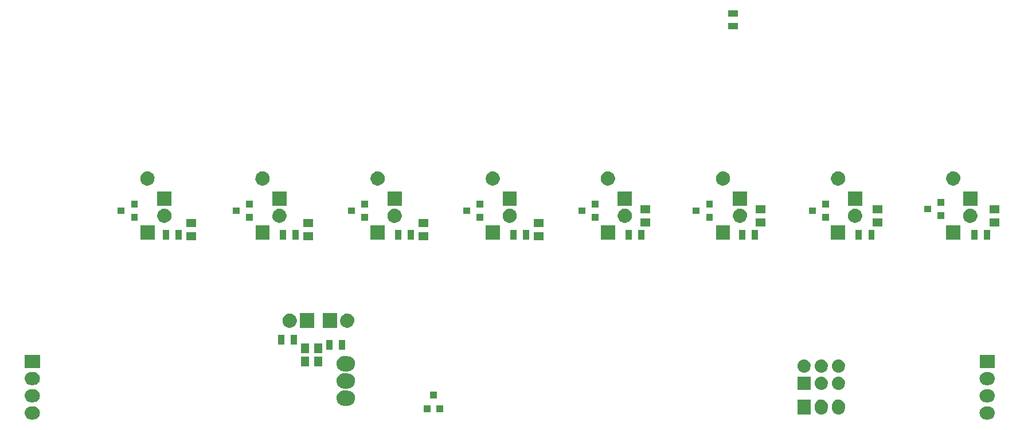
<source format=gbs>
G04 #@! TF.FileFunction,Soldermask,Bot*
%FSLAX46Y46*%
G04 Gerber Fmt 4.6, Leading zero omitted, Abs format (unit mm)*
G04 Created by KiCad (PCBNEW 4.0.2-stable) date 5/21/2016 11:43:06 AM*
%MOMM*%
G01*
G04 APERTURE LIST*
%ADD10C,0.100000*%
G04 APERTURE END LIST*
D10*
G36*
X146170237Y5343514D02*
X146170246Y5343513D01*
X146171254Y5343506D01*
X146358144Y5322543D01*
X146537402Y5265679D01*
X146702202Y5175079D01*
X146846266Y5054196D01*
X146964106Y4907632D01*
X147051234Y4740971D01*
X147104332Y4560561D01*
X147104334Y4560540D01*
X147104335Y4560536D01*
X147121378Y4373273D01*
X147101722Y4186266D01*
X147101719Y4186241D01*
X147046107Y4006590D01*
X146956661Y3841162D01*
X146836786Y3696258D01*
X146691048Y3577397D01*
X146524999Y3489107D01*
X146344964Y3434752D01*
X146157800Y3416400D01*
X145842109Y3416400D01*
X145829763Y3416486D01*
X145829754Y3416487D01*
X145828746Y3416494D01*
X145641856Y3437457D01*
X145462598Y3494321D01*
X145297798Y3584921D01*
X145153734Y3705804D01*
X145035894Y3852368D01*
X144948766Y4019029D01*
X144895668Y4199439D01*
X144895666Y4199460D01*
X144895665Y4199464D01*
X144878622Y4386727D01*
X144898278Y4573734D01*
X144898279Y4573736D01*
X144898281Y4573759D01*
X144953893Y4753410D01*
X145043339Y4918838D01*
X145163214Y5063742D01*
X145308952Y5182603D01*
X145475001Y5270893D01*
X145655036Y5325248D01*
X145842200Y5343600D01*
X146157891Y5343600D01*
X146170237Y5343514D01*
X146170237Y5343514D01*
G37*
G36*
X5170237Y5343514D02*
X5170246Y5343513D01*
X5171254Y5343506D01*
X5358144Y5322543D01*
X5537402Y5265679D01*
X5702202Y5175079D01*
X5846266Y5054196D01*
X5964106Y4907632D01*
X6051234Y4740971D01*
X6104332Y4560561D01*
X6104334Y4560540D01*
X6104335Y4560536D01*
X6121378Y4373273D01*
X6101722Y4186266D01*
X6101719Y4186241D01*
X6046107Y4006590D01*
X5956661Y3841162D01*
X5836786Y3696258D01*
X5691048Y3577397D01*
X5524999Y3489107D01*
X5344964Y3434752D01*
X5157800Y3416400D01*
X4842109Y3416400D01*
X4829763Y3416486D01*
X4829754Y3416487D01*
X4828746Y3416494D01*
X4641856Y3437457D01*
X4462598Y3494321D01*
X4297798Y3584921D01*
X4153734Y3705804D01*
X4035894Y3852368D01*
X3948766Y4019029D01*
X3895668Y4199439D01*
X3895666Y4199460D01*
X3895665Y4199464D01*
X3878622Y4386727D01*
X3898278Y4573734D01*
X3898279Y4573736D01*
X3898281Y4573759D01*
X3953893Y4753410D01*
X4043339Y4918838D01*
X4163214Y5063742D01*
X4308952Y5182603D01*
X4475001Y5270893D01*
X4655036Y5325248D01*
X4842200Y5343600D01*
X5157891Y5343600D01*
X5170237Y5343514D01*
X5170237Y5343514D01*
G37*
G36*
X124233734Y6351722D02*
X124233736Y6351721D01*
X124233759Y6351719D01*
X124413410Y6296107D01*
X124578838Y6206661D01*
X124723742Y6086786D01*
X124842603Y5941048D01*
X124930893Y5774999D01*
X124985248Y5594964D01*
X125003600Y5407800D01*
X125003600Y5092079D01*
X125003514Y5079763D01*
X125003513Y5079754D01*
X125003506Y5078746D01*
X124982543Y4891856D01*
X124925679Y4712598D01*
X124835079Y4547798D01*
X124714196Y4403734D01*
X124567632Y4285894D01*
X124400971Y4198766D01*
X124220561Y4145668D01*
X124220540Y4145666D01*
X124220536Y4145665D01*
X124033273Y4128622D01*
X123846266Y4148278D01*
X123846264Y4148279D01*
X123846241Y4148281D01*
X123666590Y4203893D01*
X123501162Y4293339D01*
X123356258Y4413214D01*
X123237397Y4558952D01*
X123149107Y4725001D01*
X123094752Y4905036D01*
X123076400Y5092200D01*
X123076400Y5407921D01*
X123076486Y5420237D01*
X123076487Y5420246D01*
X123076494Y5421254D01*
X123097457Y5608144D01*
X123154321Y5787402D01*
X123244921Y5952202D01*
X123365804Y6096266D01*
X123512368Y6214106D01*
X123679029Y6301234D01*
X123859439Y6354332D01*
X123859460Y6354334D01*
X123859464Y6354335D01*
X124046727Y6371378D01*
X124233734Y6351722D01*
X124233734Y6351722D01*
G37*
G36*
X121693734Y6351722D02*
X121693736Y6351721D01*
X121693759Y6351719D01*
X121873410Y6296107D01*
X122038838Y6206661D01*
X122183742Y6086786D01*
X122302603Y5941048D01*
X122390893Y5774999D01*
X122445248Y5594964D01*
X122463600Y5407800D01*
X122463600Y5092079D01*
X122463514Y5079763D01*
X122463513Y5079754D01*
X122463506Y5078746D01*
X122442543Y4891856D01*
X122385679Y4712598D01*
X122295079Y4547798D01*
X122174196Y4403734D01*
X122027632Y4285894D01*
X121860971Y4198766D01*
X121680561Y4145668D01*
X121680540Y4145666D01*
X121680536Y4145665D01*
X121493273Y4128622D01*
X121306266Y4148278D01*
X121306264Y4148279D01*
X121306241Y4148281D01*
X121126590Y4203893D01*
X120961162Y4293339D01*
X120816258Y4413214D01*
X120697397Y4558952D01*
X120609107Y4725001D01*
X120554752Y4905036D01*
X120536400Y5092200D01*
X120536400Y5407921D01*
X120536486Y5420237D01*
X120536487Y5420246D01*
X120536494Y5421254D01*
X120557457Y5608144D01*
X120614321Y5787402D01*
X120704921Y5952202D01*
X120825804Y6096266D01*
X120972368Y6214106D01*
X121139029Y6301234D01*
X121319439Y6354332D01*
X121319460Y6354334D01*
X121319464Y6354335D01*
X121506727Y6371378D01*
X121693734Y6351722D01*
X121693734Y6351722D01*
G37*
G36*
X119923600Y4134000D02*
X117996400Y4134000D01*
X117996400Y6366000D01*
X119923600Y6366000D01*
X119923600Y4134000D01*
X119923600Y4134000D01*
G37*
G36*
X65700050Y4499190D02*
X64699950Y4499190D01*
X64699950Y5499290D01*
X65700050Y5499290D01*
X65700050Y4499190D01*
X65700050Y4499190D01*
G37*
G36*
X63800050Y4499190D02*
X62799950Y4499190D01*
X62799950Y5499290D01*
X63800050Y5499290D01*
X63800050Y4499190D01*
X63800050Y4499190D01*
G37*
G36*
X51575194Y7675899D02*
X51575202Y7675898D01*
X51576211Y7675891D01*
X51792658Y7651613D01*
X52000268Y7585755D01*
X52191132Y7480827D01*
X52357981Y7340824D01*
X52494458Y7171081D01*
X52595366Y6978061D01*
X52656862Y6769118D01*
X52656864Y6769097D01*
X52656865Y6769093D01*
X52676603Y6552210D01*
X52655442Y6350882D01*
X52653835Y6335597D01*
X52589428Y6127533D01*
X52485835Y5935941D01*
X52347001Y5768119D01*
X52178214Y5630460D01*
X51985904Y5528207D01*
X51777395Y5465254D01*
X51560629Y5444000D01*
X51039280Y5444000D01*
X51024806Y5444101D01*
X51024798Y5444102D01*
X51023789Y5444109D01*
X50807342Y5468387D01*
X50599732Y5534245D01*
X50408868Y5639173D01*
X50242019Y5779176D01*
X50105542Y5948919D01*
X50004634Y6141939D01*
X49943138Y6350882D01*
X49943136Y6350903D01*
X49943135Y6350907D01*
X49923397Y6567790D01*
X49946162Y6784378D01*
X49946163Y6784380D01*
X49946165Y6784403D01*
X50010572Y6992467D01*
X50114165Y7184059D01*
X50252999Y7351881D01*
X50421786Y7489540D01*
X50614096Y7591793D01*
X50822605Y7654746D01*
X51039371Y7676000D01*
X51560720Y7676000D01*
X51575194Y7675899D01*
X51575194Y7675899D01*
G37*
G36*
X5170237Y7883514D02*
X5170246Y7883513D01*
X5171254Y7883506D01*
X5358144Y7862543D01*
X5537402Y7805679D01*
X5702202Y7715079D01*
X5846266Y7594196D01*
X5964106Y7447632D01*
X6051234Y7280971D01*
X6104332Y7100561D01*
X6104334Y7100540D01*
X6104335Y7100536D01*
X6121378Y6913273D01*
X6101722Y6726266D01*
X6101719Y6726241D01*
X6046107Y6546590D01*
X5956661Y6381162D01*
X5836786Y6236258D01*
X5691048Y6117397D01*
X5524999Y6029107D01*
X5344964Y5974752D01*
X5157800Y5956400D01*
X4842109Y5956400D01*
X4829763Y5956486D01*
X4829754Y5956487D01*
X4828746Y5956494D01*
X4641856Y5977457D01*
X4462598Y6034321D01*
X4297798Y6124921D01*
X4153734Y6245804D01*
X4035894Y6392368D01*
X3948766Y6559029D01*
X3895668Y6739439D01*
X3895666Y6739460D01*
X3895665Y6739464D01*
X3878622Y6926727D01*
X3898278Y7113734D01*
X3898279Y7113736D01*
X3898281Y7113759D01*
X3953893Y7293410D01*
X4043339Y7458838D01*
X4163214Y7603742D01*
X4308952Y7722603D01*
X4475001Y7810893D01*
X4655036Y7865248D01*
X4842200Y7883600D01*
X5157891Y7883600D01*
X5170237Y7883514D01*
X5170237Y7883514D01*
G37*
G36*
X146170237Y7883514D02*
X146170246Y7883513D01*
X146171254Y7883506D01*
X146358144Y7862543D01*
X146537402Y7805679D01*
X146702202Y7715079D01*
X146846266Y7594196D01*
X146964106Y7447632D01*
X147051234Y7280971D01*
X147104332Y7100561D01*
X147104334Y7100540D01*
X147104335Y7100536D01*
X147121378Y6913273D01*
X147101722Y6726266D01*
X147101719Y6726241D01*
X147046107Y6546590D01*
X146956661Y6381162D01*
X146836786Y6236258D01*
X146691048Y6117397D01*
X146524999Y6029107D01*
X146344964Y5974752D01*
X146157800Y5956400D01*
X145842109Y5956400D01*
X145829763Y5956486D01*
X145829754Y5956487D01*
X145828746Y5956494D01*
X145641856Y5977457D01*
X145462598Y6034321D01*
X145297798Y6124921D01*
X145153734Y6245804D01*
X145035894Y6392368D01*
X144948766Y6559029D01*
X144895668Y6739439D01*
X144895666Y6739460D01*
X144895665Y6739464D01*
X144878622Y6926727D01*
X144898278Y7113734D01*
X144898279Y7113736D01*
X144898281Y7113759D01*
X144953893Y7293410D01*
X145043339Y7458838D01*
X145163214Y7603742D01*
X145308952Y7722603D01*
X145475001Y7810893D01*
X145655036Y7865248D01*
X145842200Y7883600D01*
X146157891Y7883600D01*
X146170237Y7883514D01*
X146170237Y7883514D01*
G37*
G36*
X64750050Y6498170D02*
X63749950Y6498170D01*
X63749950Y7498270D01*
X64750050Y7498270D01*
X64750050Y6498170D01*
X64750050Y6498170D01*
G37*
G36*
X124233734Y9698584D02*
X124233736Y9698583D01*
X124233759Y9698581D01*
X124413410Y9642969D01*
X124578838Y9553523D01*
X124723742Y9433648D01*
X124842603Y9287910D01*
X124930893Y9121861D01*
X124985248Y8941826D01*
X125003600Y8754662D01*
X125003600Y8745217D01*
X125003514Y8732901D01*
X125003513Y8732892D01*
X125003506Y8731884D01*
X124982543Y8544994D01*
X124925679Y8365736D01*
X124835079Y8200936D01*
X124714196Y8056872D01*
X124567632Y7939032D01*
X124400971Y7851904D01*
X124220561Y7798806D01*
X124220540Y7798804D01*
X124220536Y7798803D01*
X124033273Y7781760D01*
X123846266Y7801416D01*
X123846264Y7801417D01*
X123846241Y7801419D01*
X123666590Y7857031D01*
X123501162Y7946477D01*
X123356258Y8066352D01*
X123237397Y8212090D01*
X123149107Y8378139D01*
X123094752Y8558174D01*
X123076400Y8745338D01*
X123076400Y8754783D01*
X123076486Y8767099D01*
X123076487Y8767108D01*
X123076494Y8768116D01*
X123097457Y8955006D01*
X123154321Y9134264D01*
X123244921Y9299064D01*
X123365804Y9443128D01*
X123512368Y9560968D01*
X123679029Y9648096D01*
X123859439Y9701194D01*
X123859460Y9701196D01*
X123859464Y9701197D01*
X124046727Y9718240D01*
X124233734Y9698584D01*
X124233734Y9698584D01*
G37*
G36*
X121693734Y9698584D02*
X121693736Y9698583D01*
X121693759Y9698581D01*
X121873410Y9642969D01*
X122038838Y9553523D01*
X122183742Y9433648D01*
X122302603Y9287910D01*
X122390893Y9121861D01*
X122445248Y8941826D01*
X122463600Y8754662D01*
X122463600Y8745217D01*
X122463514Y8732901D01*
X122463513Y8732892D01*
X122463506Y8731884D01*
X122442543Y8544994D01*
X122385679Y8365736D01*
X122295079Y8200936D01*
X122174196Y8056872D01*
X122027632Y7939032D01*
X121860971Y7851904D01*
X121680561Y7798806D01*
X121680540Y7798804D01*
X121680536Y7798803D01*
X121493273Y7781760D01*
X121306266Y7801416D01*
X121306264Y7801417D01*
X121306241Y7801419D01*
X121126590Y7857031D01*
X120961162Y7946477D01*
X120816258Y8066352D01*
X120697397Y8212090D01*
X120609107Y8378139D01*
X120554752Y8558174D01*
X120536400Y8745338D01*
X120536400Y8754783D01*
X120536486Y8767099D01*
X120536487Y8767108D01*
X120536494Y8768116D01*
X120557457Y8955006D01*
X120614321Y9134264D01*
X120704921Y9299064D01*
X120825804Y9443128D01*
X120972368Y9560968D01*
X121139029Y9648096D01*
X121319439Y9701194D01*
X121319460Y9701196D01*
X121319464Y9701197D01*
X121506727Y9718240D01*
X121693734Y9698584D01*
X121693734Y9698584D01*
G37*
G36*
X119923600Y7786400D02*
X117996400Y7786400D01*
X117996400Y9713600D01*
X119923600Y9713600D01*
X119923600Y7786400D01*
X119923600Y7786400D01*
G37*
G36*
X51575194Y10215899D02*
X51575202Y10215898D01*
X51576211Y10215891D01*
X51792658Y10191613D01*
X52000268Y10125755D01*
X52191132Y10020827D01*
X52357981Y9880824D01*
X52494458Y9711081D01*
X52595366Y9518061D01*
X52656862Y9309118D01*
X52656864Y9309097D01*
X52656865Y9309093D01*
X52676603Y9092210D01*
X52655442Y8890882D01*
X52653835Y8875597D01*
X52589428Y8667533D01*
X52485835Y8475941D01*
X52347001Y8308119D01*
X52178214Y8170460D01*
X51985904Y8068207D01*
X51777395Y8005254D01*
X51560629Y7984000D01*
X51039280Y7984000D01*
X51024806Y7984101D01*
X51024798Y7984102D01*
X51023789Y7984109D01*
X50807342Y8008387D01*
X50599732Y8074245D01*
X50408868Y8179173D01*
X50242019Y8319176D01*
X50105542Y8488919D01*
X50004634Y8681939D01*
X49943138Y8890882D01*
X49943136Y8890903D01*
X49943135Y8890907D01*
X49923397Y9107790D01*
X49946162Y9324378D01*
X49946163Y9324380D01*
X49946165Y9324403D01*
X50010572Y9532467D01*
X50114165Y9724059D01*
X50252999Y9891881D01*
X50421786Y10029540D01*
X50614096Y10131793D01*
X50822605Y10194746D01*
X51039371Y10216000D01*
X51560720Y10216000D01*
X51575194Y10215899D01*
X51575194Y10215899D01*
G37*
G36*
X5170237Y10423514D02*
X5170246Y10423513D01*
X5171254Y10423506D01*
X5358144Y10402543D01*
X5537402Y10345679D01*
X5702202Y10255079D01*
X5846266Y10134196D01*
X5964106Y9987632D01*
X6051234Y9820971D01*
X6104332Y9640561D01*
X6104334Y9640540D01*
X6104335Y9640536D01*
X6121378Y9453273D01*
X6101722Y9266266D01*
X6101719Y9266241D01*
X6046107Y9086590D01*
X5956661Y8921162D01*
X5836786Y8776258D01*
X5691048Y8657397D01*
X5524999Y8569107D01*
X5344964Y8514752D01*
X5157800Y8496400D01*
X4842109Y8496400D01*
X4829763Y8496486D01*
X4829754Y8496487D01*
X4828746Y8496494D01*
X4641856Y8517457D01*
X4462598Y8574321D01*
X4297798Y8664921D01*
X4153734Y8785804D01*
X4035894Y8932368D01*
X3948766Y9099029D01*
X3895668Y9279439D01*
X3895666Y9279460D01*
X3895665Y9279464D01*
X3878622Y9466727D01*
X3898278Y9653734D01*
X3898279Y9653736D01*
X3898281Y9653759D01*
X3953893Y9833410D01*
X4043339Y9998838D01*
X4163214Y10143742D01*
X4308952Y10262603D01*
X4475001Y10350893D01*
X4655036Y10405248D01*
X4842200Y10423600D01*
X5157891Y10423600D01*
X5170237Y10423514D01*
X5170237Y10423514D01*
G37*
G36*
X146170237Y10423514D02*
X146170246Y10423513D01*
X146171254Y10423506D01*
X146358144Y10402543D01*
X146537402Y10345679D01*
X146702202Y10255079D01*
X146846266Y10134196D01*
X146964106Y9987632D01*
X147051234Y9820971D01*
X147104332Y9640561D01*
X147104334Y9640540D01*
X147104335Y9640536D01*
X147121378Y9453273D01*
X147101722Y9266266D01*
X147101719Y9266241D01*
X147046107Y9086590D01*
X146956661Y8921162D01*
X146836786Y8776258D01*
X146691048Y8657397D01*
X146524999Y8569107D01*
X146344964Y8514752D01*
X146157800Y8496400D01*
X145842109Y8496400D01*
X145829763Y8496486D01*
X145829754Y8496487D01*
X145828746Y8496494D01*
X145641856Y8517457D01*
X145462598Y8574321D01*
X145297798Y8664921D01*
X145153734Y8785804D01*
X145035894Y8932368D01*
X144948766Y9099029D01*
X144895668Y9279439D01*
X144895666Y9279460D01*
X144895665Y9279464D01*
X144878622Y9466727D01*
X144898278Y9653734D01*
X144898279Y9653736D01*
X144898281Y9653759D01*
X144953893Y9833410D01*
X145043339Y9998838D01*
X145163214Y10143742D01*
X145308952Y10262603D01*
X145475001Y10350893D01*
X145655036Y10405248D01*
X145842200Y10423600D01*
X146157891Y10423600D01*
X146170237Y10423514D01*
X146170237Y10423514D01*
G37*
G36*
X119153734Y12238584D02*
X119153736Y12238583D01*
X119153759Y12238581D01*
X119333410Y12182969D01*
X119498838Y12093523D01*
X119643742Y11973648D01*
X119762603Y11827910D01*
X119850893Y11661861D01*
X119905248Y11481826D01*
X119923600Y11294662D01*
X119923600Y11285217D01*
X119923514Y11272901D01*
X119923513Y11272892D01*
X119923506Y11271884D01*
X119902543Y11084994D01*
X119845679Y10905736D01*
X119755079Y10740936D01*
X119634196Y10596872D01*
X119487632Y10479032D01*
X119320971Y10391904D01*
X119140561Y10338806D01*
X119140540Y10338804D01*
X119140536Y10338803D01*
X118953273Y10321760D01*
X118766266Y10341416D01*
X118766264Y10341417D01*
X118766241Y10341419D01*
X118586590Y10397031D01*
X118421162Y10486477D01*
X118276258Y10606352D01*
X118157397Y10752090D01*
X118069107Y10918139D01*
X118014752Y11098174D01*
X117996400Y11285338D01*
X117996400Y11294783D01*
X117996486Y11307099D01*
X117996487Y11307108D01*
X117996494Y11308116D01*
X118017457Y11495006D01*
X118074321Y11674264D01*
X118164921Y11839064D01*
X118285804Y11983128D01*
X118432368Y12100968D01*
X118599029Y12188096D01*
X118779439Y12241194D01*
X118779460Y12241196D01*
X118779464Y12241197D01*
X118966727Y12258240D01*
X119153734Y12238584D01*
X119153734Y12238584D01*
G37*
G36*
X121693734Y12238584D02*
X121693736Y12238583D01*
X121693759Y12238581D01*
X121873410Y12182969D01*
X122038838Y12093523D01*
X122183742Y11973648D01*
X122302603Y11827910D01*
X122390893Y11661861D01*
X122445248Y11481826D01*
X122463600Y11294662D01*
X122463600Y11285217D01*
X122463514Y11272901D01*
X122463513Y11272892D01*
X122463506Y11271884D01*
X122442543Y11084994D01*
X122385679Y10905736D01*
X122295079Y10740936D01*
X122174196Y10596872D01*
X122027632Y10479032D01*
X121860971Y10391904D01*
X121680561Y10338806D01*
X121680540Y10338804D01*
X121680536Y10338803D01*
X121493273Y10321760D01*
X121306266Y10341416D01*
X121306264Y10341417D01*
X121306241Y10341419D01*
X121126590Y10397031D01*
X120961162Y10486477D01*
X120816258Y10606352D01*
X120697397Y10752090D01*
X120609107Y10918139D01*
X120554752Y11098174D01*
X120536400Y11285338D01*
X120536400Y11294783D01*
X120536486Y11307099D01*
X120536487Y11307108D01*
X120536494Y11308116D01*
X120557457Y11495006D01*
X120614321Y11674264D01*
X120704921Y11839064D01*
X120825804Y11983128D01*
X120972368Y12100968D01*
X121139029Y12188096D01*
X121319439Y12241194D01*
X121319460Y12241196D01*
X121319464Y12241197D01*
X121506727Y12258240D01*
X121693734Y12238584D01*
X121693734Y12238584D01*
G37*
G36*
X124233734Y12238584D02*
X124233736Y12238583D01*
X124233759Y12238581D01*
X124413410Y12182969D01*
X124578838Y12093523D01*
X124723742Y11973648D01*
X124842603Y11827910D01*
X124930893Y11661861D01*
X124985248Y11481826D01*
X125003600Y11294662D01*
X125003600Y11285217D01*
X125003514Y11272901D01*
X125003513Y11272892D01*
X125003506Y11271884D01*
X124982543Y11084994D01*
X124925679Y10905736D01*
X124835079Y10740936D01*
X124714196Y10596872D01*
X124567632Y10479032D01*
X124400971Y10391904D01*
X124220561Y10338806D01*
X124220540Y10338804D01*
X124220536Y10338803D01*
X124033273Y10321760D01*
X123846266Y10341416D01*
X123846264Y10341417D01*
X123846241Y10341419D01*
X123666590Y10397031D01*
X123501162Y10486477D01*
X123356258Y10606352D01*
X123237397Y10752090D01*
X123149107Y10918139D01*
X123094752Y11098174D01*
X123076400Y11285338D01*
X123076400Y11294783D01*
X123076486Y11307099D01*
X123076487Y11307108D01*
X123076494Y11308116D01*
X123097457Y11495006D01*
X123154321Y11674264D01*
X123244921Y11839064D01*
X123365804Y11983128D01*
X123512368Y12100968D01*
X123679029Y12188096D01*
X123859439Y12241194D01*
X123859460Y12241196D01*
X123859464Y12241197D01*
X124046727Y12258240D01*
X124233734Y12238584D01*
X124233734Y12238584D01*
G37*
G36*
X51575194Y12755899D02*
X51575202Y12755898D01*
X51576211Y12755891D01*
X51792658Y12731613D01*
X52000268Y12665755D01*
X52191132Y12560827D01*
X52357981Y12420824D01*
X52494458Y12251081D01*
X52595366Y12058061D01*
X52656862Y11849118D01*
X52656864Y11849097D01*
X52656865Y11849093D01*
X52676603Y11632210D01*
X52655442Y11430882D01*
X52653835Y11415597D01*
X52589428Y11207533D01*
X52485835Y11015941D01*
X52347001Y10848119D01*
X52178214Y10710460D01*
X51985904Y10608207D01*
X51777395Y10545254D01*
X51560629Y10524000D01*
X51039280Y10524000D01*
X51024806Y10524101D01*
X51024798Y10524102D01*
X51023789Y10524109D01*
X50807342Y10548387D01*
X50599732Y10614245D01*
X50408868Y10719173D01*
X50242019Y10859176D01*
X50105542Y11028919D01*
X50004634Y11221939D01*
X49943138Y11430882D01*
X49943136Y11430903D01*
X49943135Y11430907D01*
X49923397Y11647790D01*
X49946162Y11864378D01*
X49946163Y11864380D01*
X49946165Y11864403D01*
X50010572Y12072467D01*
X50114165Y12264059D01*
X50252999Y12431881D01*
X50421786Y12569540D01*
X50614096Y12671793D01*
X50822605Y12734746D01*
X51039371Y12756000D01*
X51560720Y12756000D01*
X51575194Y12755899D01*
X51575194Y12755899D01*
G37*
G36*
X147116000Y11036400D02*
X144884000Y11036400D01*
X144884000Y12963600D01*
X147116000Y12963600D01*
X147116000Y11036400D01*
X147116000Y11036400D01*
G37*
G36*
X6116000Y11036400D02*
X3884000Y11036400D01*
X3884000Y12963600D01*
X6116000Y12963600D01*
X6116000Y11036400D01*
X6116000Y11036400D01*
G37*
G36*
X47838000Y11275000D02*
X46638000Y11275000D01*
X46638000Y12725000D01*
X47838000Y12725000D01*
X47838000Y11275000D01*
X47838000Y11275000D01*
G37*
G36*
X45838000Y11275000D02*
X44638000Y11275000D01*
X44638000Y12725000D01*
X45838000Y12725000D01*
X45838000Y11275000D01*
X45838000Y11275000D01*
G37*
G36*
X45838000Y13197000D02*
X44638000Y13197000D01*
X44638000Y14647000D01*
X45838000Y14647000D01*
X45838000Y13197000D01*
X45838000Y13197000D01*
G37*
G36*
X47838000Y13197000D02*
X46638000Y13197000D01*
X46638000Y14647000D01*
X47838000Y14647000D01*
X47838000Y13197000D01*
X47838000Y13197000D01*
G37*
G36*
X51194000Y13680000D02*
X50294000Y13680000D01*
X50294000Y15180000D01*
X51194000Y15180000D01*
X51194000Y13680000D01*
X51194000Y13680000D01*
G37*
G36*
X49294000Y13680000D02*
X48394000Y13680000D01*
X48394000Y15180000D01*
X49294000Y15180000D01*
X49294000Y13680000D01*
X49294000Y13680000D01*
G37*
G36*
X42182000Y14442000D02*
X41282000Y14442000D01*
X41282000Y15942000D01*
X42182000Y15942000D01*
X42182000Y14442000D01*
X42182000Y14442000D01*
G37*
G36*
X44082000Y14442000D02*
X43182000Y14442000D01*
X43182000Y15942000D01*
X44082000Y15942000D01*
X44082000Y14442000D01*
X44082000Y14442000D01*
G37*
G36*
X46590000Y16900000D02*
X44490000Y16900000D01*
X44490000Y19100000D01*
X46590000Y19100000D01*
X46590000Y16900000D01*
X46590000Y16900000D01*
G37*
G36*
X50010000Y16900000D02*
X47910000Y16900000D01*
X47910000Y19100000D01*
X50010000Y19100000D01*
X50010000Y16900000D01*
X50010000Y16900000D01*
G37*
G36*
X51610286Y19049302D02*
X51811992Y19007898D01*
X51879317Y18979597D01*
X52001822Y18928100D01*
X52172534Y18812954D01*
X52172535Y18812953D01*
X52317629Y18666843D01*
X52393338Y18552891D01*
X52431581Y18495331D01*
X52510050Y18304952D01*
X52550046Y18102958D01*
X52546761Y17867763D01*
X52501141Y17666965D01*
X52417388Y17478851D01*
X52322711Y17344639D01*
X52298688Y17310584D01*
X52149575Y17168586D01*
X52149573Y17168585D01*
X51975712Y17058250D01*
X51783732Y16983785D01*
X51702617Y16969483D01*
X51580948Y16948029D01*
X51580945Y16948029D01*
X51375074Y16952341D01*
X51173962Y16996558D01*
X51032756Y17058250D01*
X50985270Y17078996D01*
X50953238Y17101259D01*
X50816181Y17196515D01*
X50673140Y17344639D01*
X50561593Y17517726D01*
X50485791Y17709179D01*
X50448619Y17911709D01*
X50448619Y17911713D01*
X50451494Y18117609D01*
X50491315Y18304950D01*
X50494307Y18319027D01*
X50548386Y18445201D01*
X50575425Y18508289D01*
X50691761Y18678193D01*
X50838882Y18822265D01*
X51000613Y18928099D01*
X51011183Y18935016D01*
X51202109Y19012155D01*
X51356696Y19041644D01*
X51404376Y19050739D01*
X51610286Y19049302D01*
X51610286Y19049302D01*
G37*
G36*
X43110286Y19049302D02*
X43311992Y19007898D01*
X43379317Y18979597D01*
X43501822Y18928100D01*
X43672534Y18812954D01*
X43672535Y18812953D01*
X43817629Y18666843D01*
X43893338Y18552891D01*
X43931581Y18495331D01*
X44010050Y18304952D01*
X44050046Y18102958D01*
X44046761Y17867763D01*
X44001141Y17666965D01*
X43917388Y17478851D01*
X43822711Y17344639D01*
X43798688Y17310584D01*
X43649575Y17168586D01*
X43649573Y17168585D01*
X43475712Y17058250D01*
X43283732Y16983785D01*
X43202617Y16969483D01*
X43080948Y16948029D01*
X43080945Y16948029D01*
X42875074Y16952341D01*
X42673962Y16996558D01*
X42532756Y17058250D01*
X42485270Y17078996D01*
X42453238Y17101259D01*
X42316181Y17196515D01*
X42173140Y17344639D01*
X42061593Y17517726D01*
X41985791Y17709179D01*
X41948619Y17911709D01*
X41948619Y17911713D01*
X41951494Y18117609D01*
X41991315Y18304950D01*
X41994307Y18319027D01*
X42048386Y18445201D01*
X42075425Y18508289D01*
X42191761Y18678193D01*
X42338882Y18822265D01*
X42500613Y18928099D01*
X42511183Y18935016D01*
X42702109Y19012155D01*
X42856696Y19041644D01*
X42904376Y19050739D01*
X43110286Y19049302D01*
X43110286Y19049302D01*
G37*
G36*
X80491000Y29848000D02*
X79041000Y29848000D01*
X79041000Y31048000D01*
X80491000Y31048000D01*
X80491000Y29848000D01*
X80491000Y29848000D01*
G37*
G36*
X63473000Y29848000D02*
X62023000Y29848000D01*
X62023000Y31048000D01*
X63473000Y31048000D01*
X63473000Y29848000D01*
X63473000Y29848000D01*
G37*
G36*
X46455000Y29848000D02*
X45005000Y29848000D01*
X45005000Y31048000D01*
X46455000Y31048000D01*
X46455000Y29848000D01*
X46455000Y29848000D01*
G37*
G36*
X29183000Y29848000D02*
X27733000Y29848000D01*
X27733000Y31048000D01*
X29183000Y31048000D01*
X29183000Y29848000D01*
X29183000Y29848000D01*
G37*
G36*
X144544000Y29936000D02*
X143644000Y29936000D01*
X143644000Y31436000D01*
X144544000Y31436000D01*
X144544000Y29936000D01*
X144544000Y29936000D01*
G37*
G36*
X110254000Y29936000D02*
X109354000Y29936000D01*
X109354000Y31436000D01*
X110254000Y31436000D01*
X110254000Y29936000D01*
X110254000Y29936000D01*
G37*
G36*
X127460000Y29936000D02*
X126560000Y29936000D01*
X126560000Y31436000D01*
X127460000Y31436000D01*
X127460000Y29936000D01*
X127460000Y29936000D01*
G37*
G36*
X27064000Y29936000D02*
X26164000Y29936000D01*
X26164000Y31436000D01*
X27064000Y31436000D01*
X27064000Y29936000D01*
X27064000Y29936000D01*
G37*
G36*
X25164000Y29936000D02*
X24264000Y29936000D01*
X24264000Y31436000D01*
X25164000Y31436000D01*
X25164000Y29936000D01*
X25164000Y29936000D01*
G37*
G36*
X44336000Y29936000D02*
X43436000Y29936000D01*
X43436000Y31436000D01*
X44336000Y31436000D01*
X44336000Y29936000D01*
X44336000Y29936000D01*
G37*
G36*
X42436000Y29936000D02*
X41536000Y29936000D01*
X41536000Y31436000D01*
X42436000Y31436000D01*
X42436000Y29936000D01*
X42436000Y29936000D01*
G37*
G36*
X61354000Y29936000D02*
X60454000Y29936000D01*
X60454000Y31436000D01*
X61354000Y31436000D01*
X61354000Y29936000D01*
X61354000Y29936000D01*
G37*
G36*
X112154000Y29936000D02*
X111254000Y29936000D01*
X111254000Y31436000D01*
X112154000Y31436000D01*
X112154000Y29936000D01*
X112154000Y29936000D01*
G37*
G36*
X129360000Y29936000D02*
X128460000Y29936000D01*
X128460000Y31436000D01*
X129360000Y31436000D01*
X129360000Y29936000D01*
X129360000Y29936000D01*
G37*
G36*
X93490000Y29936000D02*
X92590000Y29936000D01*
X92590000Y31436000D01*
X93490000Y31436000D01*
X93490000Y29936000D01*
X93490000Y29936000D01*
G37*
G36*
X146444000Y29936000D02*
X145544000Y29936000D01*
X145544000Y31436000D01*
X146444000Y31436000D01*
X146444000Y29936000D01*
X146444000Y29936000D01*
G37*
G36*
X59454000Y29936000D02*
X58554000Y29936000D01*
X58554000Y31436000D01*
X59454000Y31436000D01*
X59454000Y29936000D01*
X59454000Y29936000D01*
G37*
G36*
X76472000Y29936000D02*
X75572000Y29936000D01*
X75572000Y31436000D01*
X76472000Y31436000D01*
X76472000Y29936000D01*
X76472000Y29936000D01*
G37*
G36*
X78372000Y29936000D02*
X77472000Y29936000D01*
X77472000Y31436000D01*
X78372000Y31436000D01*
X78372000Y29936000D01*
X78372000Y29936000D01*
G37*
G36*
X95390000Y29936000D02*
X94490000Y29936000D01*
X94490000Y31436000D01*
X95390000Y31436000D01*
X95390000Y29936000D01*
X95390000Y29936000D01*
G37*
G36*
X108047460Y29950000D02*
X105947460Y29950000D01*
X105947460Y32050000D01*
X108047460Y32050000D01*
X108047460Y29950000D01*
X108047460Y29950000D01*
G37*
G36*
X23047460Y29950000D02*
X20947460Y29950000D01*
X20947460Y32050000D01*
X23047460Y32050000D01*
X23047460Y29950000D01*
X23047460Y29950000D01*
G37*
G36*
X40047460Y29950000D02*
X37947460Y29950000D01*
X37947460Y32050000D01*
X40047460Y32050000D01*
X40047460Y29950000D01*
X40047460Y29950000D01*
G37*
G36*
X57047460Y29950000D02*
X54947460Y29950000D01*
X54947460Y32050000D01*
X57047460Y32050000D01*
X57047460Y29950000D01*
X57047460Y29950000D01*
G37*
G36*
X91047460Y29950000D02*
X88947460Y29950000D01*
X88947460Y32050000D01*
X91047460Y32050000D01*
X91047460Y29950000D01*
X91047460Y29950000D01*
G37*
G36*
X125047460Y29950000D02*
X122947460Y29950000D01*
X122947460Y32050000D01*
X125047460Y32050000D01*
X125047460Y29950000D01*
X125047460Y29950000D01*
G37*
G36*
X142047460Y29950000D02*
X139947460Y29950000D01*
X139947460Y32050000D01*
X142047460Y32050000D01*
X142047460Y29950000D01*
X142047460Y29950000D01*
G37*
G36*
X74047460Y29950000D02*
X71947460Y29950000D01*
X71947460Y32050000D01*
X74047460Y32050000D01*
X74047460Y29950000D01*
X74047460Y29950000D01*
G37*
G36*
X80491000Y31848000D02*
X79041000Y31848000D01*
X79041000Y33048000D01*
X80491000Y33048000D01*
X80491000Y31848000D01*
X80491000Y31848000D01*
G37*
G36*
X29183000Y31848000D02*
X27733000Y31848000D01*
X27733000Y33048000D01*
X29183000Y33048000D01*
X29183000Y31848000D01*
X29183000Y31848000D01*
G37*
G36*
X46455000Y31848000D02*
X45005000Y31848000D01*
X45005000Y33048000D01*
X46455000Y33048000D01*
X46455000Y31848000D01*
X46455000Y31848000D01*
G37*
G36*
X63473000Y31848000D02*
X62023000Y31848000D01*
X62023000Y33048000D01*
X63473000Y33048000D01*
X63473000Y31848000D01*
X63473000Y31848000D01*
G37*
G36*
X96239000Y31880000D02*
X94789000Y31880000D01*
X94789000Y33080000D01*
X96239000Y33080000D01*
X96239000Y31880000D01*
X96239000Y31880000D01*
G37*
G36*
X113257000Y31880000D02*
X111807000Y31880000D01*
X111807000Y33080000D01*
X113257000Y33080000D01*
X113257000Y31880000D01*
X113257000Y31880000D01*
G37*
G36*
X130529000Y31880000D02*
X129079000Y31880000D01*
X129079000Y33080000D01*
X130529000Y33080000D01*
X130529000Y31880000D01*
X130529000Y31880000D01*
G37*
G36*
X147801000Y31880000D02*
X146351000Y31880000D01*
X146351000Y33080000D01*
X147801000Y33080000D01*
X147801000Y31880000D01*
X147801000Y31880000D01*
G37*
G36*
X58610286Y34549302D02*
X58811992Y34507898D01*
X58879317Y34479597D01*
X59001822Y34428100D01*
X59172534Y34312954D01*
X59172535Y34312953D01*
X59317629Y34166843D01*
X59393338Y34052891D01*
X59431581Y33995331D01*
X59510050Y33804952D01*
X59550046Y33602958D01*
X59546761Y33367763D01*
X59501141Y33166965D01*
X59417388Y32978851D01*
X59322711Y32844639D01*
X59298688Y32810584D01*
X59149575Y32668586D01*
X59149573Y32668585D01*
X58975712Y32558250D01*
X58783732Y32483785D01*
X58702617Y32469483D01*
X58580948Y32448029D01*
X58580945Y32448029D01*
X58375074Y32452341D01*
X58173962Y32496558D01*
X58032756Y32558250D01*
X57985270Y32578996D01*
X57953238Y32601259D01*
X57816181Y32696515D01*
X57673140Y32844639D01*
X57561593Y33017726D01*
X57485791Y33209179D01*
X57448619Y33411709D01*
X57448619Y33411713D01*
X57451494Y33617609D01*
X57491315Y33804950D01*
X57494307Y33819027D01*
X57548386Y33945201D01*
X57575425Y34008289D01*
X57691761Y34178193D01*
X57838882Y34322265D01*
X58000613Y34428099D01*
X58011183Y34435016D01*
X58202109Y34512155D01*
X58356696Y34541644D01*
X58404376Y34550739D01*
X58610286Y34549302D01*
X58610286Y34549302D01*
G37*
G36*
X143610286Y34549302D02*
X143811992Y34507898D01*
X143879317Y34479597D01*
X144001822Y34428100D01*
X144172534Y34312954D01*
X144172535Y34312953D01*
X144317629Y34166843D01*
X144393338Y34052891D01*
X144431581Y33995331D01*
X144510050Y33804952D01*
X144550046Y33602958D01*
X144546761Y33367763D01*
X144501141Y33166965D01*
X144417388Y32978851D01*
X144322711Y32844639D01*
X144298688Y32810584D01*
X144149575Y32668586D01*
X144149573Y32668585D01*
X143975712Y32558250D01*
X143783732Y32483785D01*
X143702617Y32469483D01*
X143580948Y32448029D01*
X143580945Y32448029D01*
X143375074Y32452341D01*
X143173962Y32496558D01*
X143032756Y32558250D01*
X142985270Y32578996D01*
X142953238Y32601259D01*
X142816181Y32696515D01*
X142673140Y32844639D01*
X142561593Y33017726D01*
X142485791Y33209179D01*
X142448619Y33411709D01*
X142448619Y33411713D01*
X142451494Y33617609D01*
X142491315Y33804950D01*
X142494307Y33819027D01*
X142548386Y33945201D01*
X142575425Y34008289D01*
X142691761Y34178193D01*
X142838882Y34322265D01*
X143000613Y34428099D01*
X143011183Y34435016D01*
X143202109Y34512155D01*
X143356696Y34541644D01*
X143404376Y34550739D01*
X143610286Y34549302D01*
X143610286Y34549302D01*
G37*
G36*
X126610286Y34549302D02*
X126811992Y34507898D01*
X126879317Y34479597D01*
X127001822Y34428100D01*
X127172534Y34312954D01*
X127172535Y34312953D01*
X127317629Y34166843D01*
X127393338Y34052891D01*
X127431581Y33995331D01*
X127510050Y33804952D01*
X127550046Y33602958D01*
X127546761Y33367763D01*
X127501141Y33166965D01*
X127417388Y32978851D01*
X127322711Y32844639D01*
X127298688Y32810584D01*
X127149575Y32668586D01*
X127149573Y32668585D01*
X126975712Y32558250D01*
X126783732Y32483785D01*
X126702617Y32469483D01*
X126580948Y32448029D01*
X126580945Y32448029D01*
X126375074Y32452341D01*
X126173962Y32496558D01*
X126032756Y32558250D01*
X125985270Y32578996D01*
X125953238Y32601259D01*
X125816181Y32696515D01*
X125673140Y32844639D01*
X125561593Y33017726D01*
X125485791Y33209179D01*
X125448619Y33411709D01*
X125448619Y33411713D01*
X125451494Y33617609D01*
X125491315Y33804950D01*
X125494307Y33819027D01*
X125548386Y33945201D01*
X125575425Y34008289D01*
X125691761Y34178193D01*
X125838882Y34322265D01*
X126000613Y34428099D01*
X126011183Y34435016D01*
X126202109Y34512155D01*
X126356696Y34541644D01*
X126404376Y34550739D01*
X126610286Y34549302D01*
X126610286Y34549302D01*
G37*
G36*
X109610286Y34549302D02*
X109811992Y34507898D01*
X109879317Y34479597D01*
X110001822Y34428100D01*
X110172534Y34312954D01*
X110172535Y34312953D01*
X110317629Y34166843D01*
X110393338Y34052891D01*
X110431581Y33995331D01*
X110510050Y33804952D01*
X110550046Y33602958D01*
X110546761Y33367763D01*
X110501141Y33166965D01*
X110417388Y32978851D01*
X110322711Y32844639D01*
X110298688Y32810584D01*
X110149575Y32668586D01*
X110149573Y32668585D01*
X109975712Y32558250D01*
X109783732Y32483785D01*
X109702617Y32469483D01*
X109580948Y32448029D01*
X109580945Y32448029D01*
X109375074Y32452341D01*
X109173962Y32496558D01*
X109032756Y32558250D01*
X108985270Y32578996D01*
X108953238Y32601259D01*
X108816181Y32696515D01*
X108673140Y32844639D01*
X108561593Y33017726D01*
X108485791Y33209179D01*
X108448619Y33411709D01*
X108448619Y33411713D01*
X108451494Y33617609D01*
X108491315Y33804950D01*
X108494307Y33819027D01*
X108548386Y33945201D01*
X108575425Y34008289D01*
X108691761Y34178193D01*
X108838882Y34322265D01*
X109000613Y34428099D01*
X109011183Y34435016D01*
X109202109Y34512155D01*
X109356696Y34541644D01*
X109404376Y34550739D01*
X109610286Y34549302D01*
X109610286Y34549302D01*
G37*
G36*
X92610286Y34549302D02*
X92811992Y34507898D01*
X92879317Y34479597D01*
X93001822Y34428100D01*
X93172534Y34312954D01*
X93172535Y34312953D01*
X93317629Y34166843D01*
X93393338Y34052891D01*
X93431581Y33995331D01*
X93510050Y33804952D01*
X93550046Y33602958D01*
X93546761Y33367763D01*
X93501141Y33166965D01*
X93417388Y32978851D01*
X93322711Y32844639D01*
X93298688Y32810584D01*
X93149575Y32668586D01*
X93149573Y32668585D01*
X92975712Y32558250D01*
X92783732Y32483785D01*
X92702617Y32469483D01*
X92580948Y32448029D01*
X92580945Y32448029D01*
X92375074Y32452341D01*
X92173962Y32496558D01*
X92032756Y32558250D01*
X91985270Y32578996D01*
X91953238Y32601259D01*
X91816181Y32696515D01*
X91673140Y32844639D01*
X91561593Y33017726D01*
X91485791Y33209179D01*
X91448619Y33411709D01*
X91448619Y33411713D01*
X91451494Y33617609D01*
X91491315Y33804950D01*
X91494307Y33819027D01*
X91548386Y33945201D01*
X91575425Y34008289D01*
X91691761Y34178193D01*
X91838882Y34322265D01*
X92000613Y34428099D01*
X92011183Y34435016D01*
X92202109Y34512155D01*
X92356696Y34541644D01*
X92404376Y34550739D01*
X92610286Y34549302D01*
X92610286Y34549302D01*
G37*
G36*
X41610286Y34549302D02*
X41811992Y34507898D01*
X41879317Y34479597D01*
X42001822Y34428100D01*
X42172534Y34312954D01*
X42172535Y34312953D01*
X42317629Y34166843D01*
X42393338Y34052891D01*
X42431581Y33995331D01*
X42510050Y33804952D01*
X42550046Y33602958D01*
X42546761Y33367763D01*
X42501141Y33166965D01*
X42417388Y32978851D01*
X42322711Y32844639D01*
X42298688Y32810584D01*
X42149575Y32668586D01*
X42149573Y32668585D01*
X41975712Y32558250D01*
X41783732Y32483785D01*
X41702617Y32469483D01*
X41580948Y32448029D01*
X41580945Y32448029D01*
X41375074Y32452341D01*
X41173962Y32496558D01*
X41032756Y32558250D01*
X40985270Y32578996D01*
X40953238Y32601259D01*
X40816181Y32696515D01*
X40673140Y32844639D01*
X40561593Y33017726D01*
X40485791Y33209179D01*
X40448619Y33411709D01*
X40448619Y33411713D01*
X40451494Y33617609D01*
X40491315Y33804950D01*
X40494307Y33819027D01*
X40548386Y33945201D01*
X40575425Y34008289D01*
X40691761Y34178193D01*
X40838882Y34322265D01*
X41000613Y34428099D01*
X41011183Y34435016D01*
X41202109Y34512155D01*
X41356696Y34541644D01*
X41404376Y34550739D01*
X41610286Y34549302D01*
X41610286Y34549302D01*
G37*
G36*
X24610286Y34549302D02*
X24811992Y34507898D01*
X24879317Y34479597D01*
X25001822Y34428100D01*
X25172534Y34312954D01*
X25172535Y34312953D01*
X25317629Y34166843D01*
X25393338Y34052891D01*
X25431581Y33995331D01*
X25510050Y33804952D01*
X25550046Y33602958D01*
X25546761Y33367763D01*
X25501141Y33166965D01*
X25417388Y32978851D01*
X25322711Y32844639D01*
X25298688Y32810584D01*
X25149575Y32668586D01*
X25149573Y32668585D01*
X24975712Y32558250D01*
X24783732Y32483785D01*
X24702617Y32469483D01*
X24580948Y32448029D01*
X24580945Y32448029D01*
X24375074Y32452341D01*
X24173962Y32496558D01*
X24032756Y32558250D01*
X23985270Y32578996D01*
X23953238Y32601259D01*
X23816181Y32696515D01*
X23673140Y32844639D01*
X23561593Y33017726D01*
X23485791Y33209179D01*
X23448619Y33411709D01*
X23448619Y33411713D01*
X23451494Y33617609D01*
X23491315Y33804950D01*
X23494307Y33819027D01*
X23548386Y33945201D01*
X23575425Y34008289D01*
X23691761Y34178193D01*
X23838882Y34322265D01*
X24000613Y34428099D01*
X24011183Y34435016D01*
X24202109Y34512155D01*
X24356696Y34541644D01*
X24404376Y34550739D01*
X24610286Y34549302D01*
X24610286Y34549302D01*
G37*
G36*
X75610286Y34549302D02*
X75811992Y34507898D01*
X75879317Y34479597D01*
X76001822Y34428100D01*
X76172534Y34312954D01*
X76172535Y34312953D01*
X76317629Y34166843D01*
X76393338Y34052891D01*
X76431581Y33995331D01*
X76510050Y33804952D01*
X76550046Y33602958D01*
X76546761Y33367763D01*
X76501141Y33166965D01*
X76417388Y32978851D01*
X76322711Y32844639D01*
X76298688Y32810584D01*
X76149575Y32668586D01*
X76149573Y32668585D01*
X75975712Y32558250D01*
X75783732Y32483785D01*
X75702617Y32469483D01*
X75580948Y32448029D01*
X75580945Y32448029D01*
X75375074Y32452341D01*
X75173962Y32496558D01*
X75032756Y32558250D01*
X74985270Y32578996D01*
X74953238Y32601259D01*
X74816181Y32696515D01*
X74673140Y32844639D01*
X74561593Y33017726D01*
X74485791Y33209179D01*
X74448619Y33411709D01*
X74448619Y33411713D01*
X74451494Y33617609D01*
X74491315Y33804950D01*
X74494307Y33819027D01*
X74548386Y33945201D01*
X74575425Y34008289D01*
X74691761Y34178193D01*
X74838882Y34322265D01*
X75000613Y34428099D01*
X75011183Y34435016D01*
X75202109Y34512155D01*
X75356696Y34541644D01*
X75404376Y34550739D01*
X75610286Y34549302D01*
X75610286Y34549302D01*
G37*
G36*
X37578810Y32791950D02*
X36578710Y32791950D01*
X36578710Y33792050D01*
X37578810Y33792050D01*
X37578810Y32791950D01*
X37578810Y32791950D01*
G37*
G36*
X122668810Y32791950D02*
X121668710Y32791950D01*
X121668710Y33792050D01*
X122668810Y33792050D01*
X122668810Y32791950D01*
X122668810Y32791950D01*
G37*
G36*
X105500050Y32791950D02*
X104499950Y32791950D01*
X104499950Y33792050D01*
X105500050Y33792050D01*
X105500050Y32791950D01*
X105500050Y32791950D01*
G37*
G36*
X88632810Y32791950D02*
X87632710Y32791950D01*
X87632710Y33792050D01*
X88632810Y33792050D01*
X88632810Y32791950D01*
X88632810Y32791950D01*
G37*
G36*
X71614810Y32791950D02*
X70614710Y32791950D01*
X70614710Y33792050D01*
X71614810Y33792050D01*
X71614810Y32791950D01*
X71614810Y32791950D01*
G37*
G36*
X54596810Y32791950D02*
X53596710Y32791950D01*
X53596710Y33792050D01*
X54596810Y33792050D01*
X54596810Y32791950D01*
X54596810Y32791950D01*
G37*
G36*
X20576050Y32791950D02*
X19575950Y32791950D01*
X19575950Y33792050D01*
X20576050Y33792050D01*
X20576050Y32791950D01*
X20576050Y32791950D01*
G37*
G36*
X139686810Y33045950D02*
X138686710Y33045950D01*
X138686710Y34046050D01*
X139686810Y34046050D01*
X139686810Y33045950D01*
X139686810Y33045950D01*
G37*
G36*
X18577070Y33741950D02*
X17576970Y33741950D01*
X17576970Y34742050D01*
X18577070Y34742050D01*
X18577070Y33741950D01*
X18577070Y33741950D01*
G37*
G36*
X52597830Y33741950D02*
X51597730Y33741950D01*
X51597730Y34742050D01*
X52597830Y34742050D01*
X52597830Y33741950D01*
X52597830Y33741950D01*
G37*
G36*
X120669830Y33741950D02*
X119669730Y33741950D01*
X119669730Y34742050D01*
X120669830Y34742050D01*
X120669830Y33741950D01*
X120669830Y33741950D01*
G37*
G36*
X103501070Y33741950D02*
X102500970Y33741950D01*
X102500970Y34742050D01*
X103501070Y34742050D01*
X103501070Y33741950D01*
X103501070Y33741950D01*
G37*
G36*
X86633830Y33741950D02*
X85633730Y33741950D01*
X85633730Y34742050D01*
X86633830Y34742050D01*
X86633830Y33741950D01*
X86633830Y33741950D01*
G37*
G36*
X35579830Y33741950D02*
X34579730Y33741950D01*
X34579730Y34742050D01*
X35579830Y34742050D01*
X35579830Y33741950D01*
X35579830Y33741950D01*
G37*
G36*
X69615830Y33741950D02*
X68615730Y33741950D01*
X68615730Y34742050D01*
X69615830Y34742050D01*
X69615830Y33741950D01*
X69615830Y33741950D01*
G37*
G36*
X96239000Y33880000D02*
X94789000Y33880000D01*
X94789000Y35080000D01*
X96239000Y35080000D01*
X96239000Y33880000D01*
X96239000Y33880000D01*
G37*
G36*
X147801000Y33880000D02*
X146351000Y33880000D01*
X146351000Y35080000D01*
X147801000Y35080000D01*
X147801000Y33880000D01*
X147801000Y33880000D01*
G37*
G36*
X113257000Y33880000D02*
X111807000Y33880000D01*
X111807000Y35080000D01*
X113257000Y35080000D01*
X113257000Y33880000D01*
X113257000Y33880000D01*
G37*
G36*
X130529000Y33880000D02*
X129079000Y33880000D01*
X129079000Y35080000D01*
X130529000Y35080000D01*
X130529000Y33880000D01*
X130529000Y33880000D01*
G37*
G36*
X137687830Y33995950D02*
X136687730Y33995950D01*
X136687730Y34996050D01*
X137687830Y34996050D01*
X137687830Y33995950D01*
X137687830Y33995950D01*
G37*
G36*
X20576050Y34691950D02*
X19575950Y34691950D01*
X19575950Y35692050D01*
X20576050Y35692050D01*
X20576050Y34691950D01*
X20576050Y34691950D01*
G37*
G36*
X105500050Y34691950D02*
X104499950Y34691950D01*
X104499950Y35692050D01*
X105500050Y35692050D01*
X105500050Y34691950D01*
X105500050Y34691950D01*
G37*
G36*
X88632810Y34691950D02*
X87632710Y34691950D01*
X87632710Y35692050D01*
X88632810Y35692050D01*
X88632810Y34691950D01*
X88632810Y34691950D01*
G37*
G36*
X71614810Y34691950D02*
X70614710Y34691950D01*
X70614710Y35692050D01*
X71614810Y35692050D01*
X71614810Y34691950D01*
X71614810Y34691950D01*
G37*
G36*
X54596810Y34691950D02*
X53596710Y34691950D01*
X53596710Y35692050D01*
X54596810Y35692050D01*
X54596810Y34691950D01*
X54596810Y34691950D01*
G37*
G36*
X37578810Y34691950D02*
X36578710Y34691950D01*
X36578710Y35692050D01*
X37578810Y35692050D01*
X37578810Y34691950D01*
X37578810Y34691950D01*
G37*
G36*
X122668810Y34691950D02*
X121668710Y34691950D01*
X121668710Y35692050D01*
X122668810Y35692050D01*
X122668810Y34691950D01*
X122668810Y34691950D01*
G37*
G36*
X139686810Y34945950D02*
X138686710Y34945950D01*
X138686710Y35946050D01*
X139686810Y35946050D01*
X139686810Y34945950D01*
X139686810Y34945950D01*
G37*
G36*
X25550000Y34990000D02*
X23450000Y34990000D01*
X23450000Y37090000D01*
X25550000Y37090000D01*
X25550000Y34990000D01*
X25550000Y34990000D01*
G37*
G36*
X144550000Y34990000D02*
X142450000Y34990000D01*
X142450000Y37090000D01*
X144550000Y37090000D01*
X144550000Y34990000D01*
X144550000Y34990000D01*
G37*
G36*
X59550000Y34990000D02*
X57450000Y34990000D01*
X57450000Y37090000D01*
X59550000Y37090000D01*
X59550000Y34990000D01*
X59550000Y34990000D01*
G37*
G36*
X42550000Y34990000D02*
X40450000Y34990000D01*
X40450000Y37090000D01*
X42550000Y37090000D01*
X42550000Y34990000D01*
X42550000Y34990000D01*
G37*
G36*
X110550000Y34990000D02*
X108450000Y34990000D01*
X108450000Y37090000D01*
X110550000Y37090000D01*
X110550000Y34990000D01*
X110550000Y34990000D01*
G37*
G36*
X76550000Y34990000D02*
X74450000Y34990000D01*
X74450000Y37090000D01*
X76550000Y37090000D01*
X76550000Y34990000D01*
X76550000Y34990000D01*
G37*
G36*
X127550000Y34990000D02*
X125450000Y34990000D01*
X125450000Y37090000D01*
X127550000Y37090000D01*
X127550000Y34990000D01*
X127550000Y34990000D01*
G37*
G36*
X93550000Y34990000D02*
X91450000Y34990000D01*
X91450000Y37090000D01*
X93550000Y37090000D01*
X93550000Y34990000D01*
X93550000Y34990000D01*
G37*
G36*
X90107746Y40049302D02*
X90309452Y40007898D01*
X90376777Y39979597D01*
X90499282Y39928100D01*
X90669994Y39812954D01*
X90669995Y39812953D01*
X90815089Y39666843D01*
X90890798Y39552891D01*
X90929041Y39495331D01*
X91007510Y39304952D01*
X91047506Y39102958D01*
X91044221Y38867763D01*
X90998601Y38666965D01*
X90914848Y38478851D01*
X90820171Y38344639D01*
X90796148Y38310584D01*
X90647035Y38168586D01*
X90647033Y38168585D01*
X90473172Y38058250D01*
X90281192Y37983785D01*
X90200077Y37969483D01*
X90078408Y37948029D01*
X90078405Y37948029D01*
X89872534Y37952341D01*
X89671422Y37996558D01*
X89530216Y38058250D01*
X89482730Y38078996D01*
X89450698Y38101259D01*
X89313641Y38196515D01*
X89170600Y38344639D01*
X89059053Y38517726D01*
X88983251Y38709179D01*
X88946079Y38911709D01*
X88946079Y38911713D01*
X88948954Y39117609D01*
X88988775Y39304950D01*
X88991767Y39319027D01*
X89045846Y39445201D01*
X89072885Y39508289D01*
X89189221Y39678193D01*
X89336342Y39822265D01*
X89498073Y39928099D01*
X89508643Y39935016D01*
X89699569Y40012155D01*
X89854156Y40041644D01*
X89901836Y40050739D01*
X90107746Y40049302D01*
X90107746Y40049302D01*
G37*
G36*
X124107746Y40049302D02*
X124309452Y40007898D01*
X124376777Y39979597D01*
X124499282Y39928100D01*
X124669994Y39812954D01*
X124669995Y39812953D01*
X124815089Y39666843D01*
X124890798Y39552891D01*
X124929041Y39495331D01*
X125007510Y39304952D01*
X125047506Y39102958D01*
X125044221Y38867763D01*
X124998601Y38666965D01*
X124914848Y38478851D01*
X124820171Y38344639D01*
X124796148Y38310584D01*
X124647035Y38168586D01*
X124647033Y38168585D01*
X124473172Y38058250D01*
X124281192Y37983785D01*
X124200077Y37969483D01*
X124078408Y37948029D01*
X124078405Y37948029D01*
X123872534Y37952341D01*
X123671422Y37996558D01*
X123530216Y38058250D01*
X123482730Y38078996D01*
X123450698Y38101259D01*
X123313641Y38196515D01*
X123170600Y38344639D01*
X123059053Y38517726D01*
X122983251Y38709179D01*
X122946079Y38911709D01*
X122946079Y38911713D01*
X122948954Y39117609D01*
X122988775Y39304950D01*
X122991767Y39319027D01*
X123045846Y39445201D01*
X123072885Y39508289D01*
X123189221Y39678193D01*
X123336342Y39822265D01*
X123498073Y39928099D01*
X123508643Y39935016D01*
X123699569Y40012155D01*
X123854156Y40041644D01*
X123901836Y40050739D01*
X124107746Y40049302D01*
X124107746Y40049302D01*
G37*
G36*
X141107746Y40049302D02*
X141309452Y40007898D01*
X141376777Y39979597D01*
X141499282Y39928100D01*
X141669994Y39812954D01*
X141669995Y39812953D01*
X141815089Y39666843D01*
X141890798Y39552891D01*
X141929041Y39495331D01*
X142007510Y39304952D01*
X142047506Y39102958D01*
X142044221Y38867763D01*
X141998601Y38666965D01*
X141914848Y38478851D01*
X141820171Y38344639D01*
X141796148Y38310584D01*
X141647035Y38168586D01*
X141647033Y38168585D01*
X141473172Y38058250D01*
X141281192Y37983785D01*
X141200077Y37969483D01*
X141078408Y37948029D01*
X141078405Y37948029D01*
X140872534Y37952341D01*
X140671422Y37996558D01*
X140530216Y38058250D01*
X140482730Y38078996D01*
X140450698Y38101259D01*
X140313641Y38196515D01*
X140170600Y38344639D01*
X140059053Y38517726D01*
X139983251Y38709179D01*
X139946079Y38911709D01*
X139946079Y38911713D01*
X139948954Y39117609D01*
X139988775Y39304950D01*
X139991767Y39319027D01*
X140045846Y39445201D01*
X140072885Y39508289D01*
X140189221Y39678193D01*
X140336342Y39822265D01*
X140498073Y39928099D01*
X140508643Y39935016D01*
X140699569Y40012155D01*
X140854156Y40041644D01*
X140901836Y40050739D01*
X141107746Y40049302D01*
X141107746Y40049302D01*
G37*
G36*
X107107746Y40049302D02*
X107309452Y40007898D01*
X107376777Y39979597D01*
X107499282Y39928100D01*
X107669994Y39812954D01*
X107669995Y39812953D01*
X107815089Y39666843D01*
X107890798Y39552891D01*
X107929041Y39495331D01*
X108007510Y39304952D01*
X108047506Y39102958D01*
X108044221Y38867763D01*
X107998601Y38666965D01*
X107914848Y38478851D01*
X107820171Y38344639D01*
X107796148Y38310584D01*
X107647035Y38168586D01*
X107647033Y38168585D01*
X107473172Y38058250D01*
X107281192Y37983785D01*
X107200077Y37969483D01*
X107078408Y37948029D01*
X107078405Y37948029D01*
X106872534Y37952341D01*
X106671422Y37996558D01*
X106530216Y38058250D01*
X106482730Y38078996D01*
X106450698Y38101259D01*
X106313641Y38196515D01*
X106170600Y38344639D01*
X106059053Y38517726D01*
X105983251Y38709179D01*
X105946079Y38911709D01*
X105946079Y38911713D01*
X105948954Y39117609D01*
X105988775Y39304950D01*
X105991767Y39319027D01*
X106045846Y39445201D01*
X106072885Y39508289D01*
X106189221Y39678193D01*
X106336342Y39822265D01*
X106498073Y39928099D01*
X106508643Y39935016D01*
X106699569Y40012155D01*
X106854156Y40041644D01*
X106901836Y40050739D01*
X107107746Y40049302D01*
X107107746Y40049302D01*
G37*
G36*
X73107746Y40049302D02*
X73309452Y40007898D01*
X73376777Y39979597D01*
X73499282Y39928100D01*
X73669994Y39812954D01*
X73669995Y39812953D01*
X73815089Y39666843D01*
X73890798Y39552891D01*
X73929041Y39495331D01*
X74007510Y39304952D01*
X74047506Y39102958D01*
X74044221Y38867763D01*
X73998601Y38666965D01*
X73914848Y38478851D01*
X73820171Y38344639D01*
X73796148Y38310584D01*
X73647035Y38168586D01*
X73647033Y38168585D01*
X73473172Y38058250D01*
X73281192Y37983785D01*
X73200077Y37969483D01*
X73078408Y37948029D01*
X73078405Y37948029D01*
X72872534Y37952341D01*
X72671422Y37996558D01*
X72530216Y38058250D01*
X72482730Y38078996D01*
X72450698Y38101259D01*
X72313641Y38196515D01*
X72170600Y38344639D01*
X72059053Y38517726D01*
X71983251Y38709179D01*
X71946079Y38911709D01*
X71946079Y38911713D01*
X71948954Y39117609D01*
X71988775Y39304950D01*
X71991767Y39319027D01*
X72045846Y39445201D01*
X72072885Y39508289D01*
X72189221Y39678193D01*
X72336342Y39822265D01*
X72498073Y39928099D01*
X72508643Y39935016D01*
X72699569Y40012155D01*
X72854156Y40041644D01*
X72901836Y40050739D01*
X73107746Y40049302D01*
X73107746Y40049302D01*
G37*
G36*
X56107746Y40049302D02*
X56309452Y40007898D01*
X56376777Y39979597D01*
X56499282Y39928100D01*
X56669994Y39812954D01*
X56669995Y39812953D01*
X56815089Y39666843D01*
X56890798Y39552891D01*
X56929041Y39495331D01*
X57007510Y39304952D01*
X57047506Y39102958D01*
X57044221Y38867763D01*
X56998601Y38666965D01*
X56914848Y38478851D01*
X56820171Y38344639D01*
X56796148Y38310584D01*
X56647035Y38168586D01*
X56647033Y38168585D01*
X56473172Y38058250D01*
X56281192Y37983785D01*
X56200077Y37969483D01*
X56078408Y37948029D01*
X56078405Y37948029D01*
X55872534Y37952341D01*
X55671422Y37996558D01*
X55530216Y38058250D01*
X55482730Y38078996D01*
X55450698Y38101259D01*
X55313641Y38196515D01*
X55170600Y38344639D01*
X55059053Y38517726D01*
X54983251Y38709179D01*
X54946079Y38911709D01*
X54946079Y38911713D01*
X54948954Y39117609D01*
X54988775Y39304950D01*
X54991767Y39319027D01*
X55045846Y39445201D01*
X55072885Y39508289D01*
X55189221Y39678193D01*
X55336342Y39822265D01*
X55498073Y39928099D01*
X55508643Y39935016D01*
X55699569Y40012155D01*
X55854156Y40041644D01*
X55901836Y40050739D01*
X56107746Y40049302D01*
X56107746Y40049302D01*
G37*
G36*
X22107746Y40049302D02*
X22309452Y40007898D01*
X22376777Y39979597D01*
X22499282Y39928100D01*
X22669994Y39812954D01*
X22669995Y39812953D01*
X22815089Y39666843D01*
X22890798Y39552891D01*
X22929041Y39495331D01*
X23007510Y39304952D01*
X23047506Y39102958D01*
X23044221Y38867763D01*
X22998601Y38666965D01*
X22914848Y38478851D01*
X22820171Y38344639D01*
X22796148Y38310584D01*
X22647035Y38168586D01*
X22647033Y38168585D01*
X22473172Y38058250D01*
X22281192Y37983785D01*
X22200077Y37969483D01*
X22078408Y37948029D01*
X22078405Y37948029D01*
X21872534Y37952341D01*
X21671422Y37996558D01*
X21530216Y38058250D01*
X21482730Y38078996D01*
X21450698Y38101259D01*
X21313641Y38196515D01*
X21170600Y38344639D01*
X21059053Y38517726D01*
X20983251Y38709179D01*
X20946079Y38911709D01*
X20946079Y38911713D01*
X20948954Y39117609D01*
X20988775Y39304950D01*
X20991767Y39319027D01*
X21045846Y39445201D01*
X21072885Y39508289D01*
X21189221Y39678193D01*
X21336342Y39822265D01*
X21498073Y39928099D01*
X21508643Y39935016D01*
X21699569Y40012155D01*
X21854156Y40041644D01*
X21901836Y40050739D01*
X22107746Y40049302D01*
X22107746Y40049302D01*
G37*
G36*
X39107746Y40049302D02*
X39309452Y40007898D01*
X39376777Y39979597D01*
X39499282Y39928100D01*
X39669994Y39812954D01*
X39669995Y39812953D01*
X39815089Y39666843D01*
X39890798Y39552891D01*
X39929041Y39495331D01*
X40007510Y39304952D01*
X40047506Y39102958D01*
X40044221Y38867763D01*
X39998601Y38666965D01*
X39914848Y38478851D01*
X39820171Y38344639D01*
X39796148Y38310584D01*
X39647035Y38168586D01*
X39647033Y38168585D01*
X39473172Y38058250D01*
X39281192Y37983785D01*
X39200077Y37969483D01*
X39078408Y37948029D01*
X39078405Y37948029D01*
X38872534Y37952341D01*
X38671422Y37996558D01*
X38530216Y38058250D01*
X38482730Y38078996D01*
X38450698Y38101259D01*
X38313641Y38196515D01*
X38170600Y38344639D01*
X38059053Y38517726D01*
X37983251Y38709179D01*
X37946079Y38911709D01*
X37946079Y38911713D01*
X37948954Y39117609D01*
X37988775Y39304950D01*
X37991767Y39319027D01*
X38045846Y39445201D01*
X38072885Y39508289D01*
X38189221Y39678193D01*
X38336342Y39822265D01*
X38498073Y39928099D01*
X38508643Y39935016D01*
X38699569Y40012155D01*
X38854156Y40041644D01*
X38901836Y40050739D01*
X39107746Y40049302D01*
X39107746Y40049302D01*
G37*
G36*
X109218000Y61036000D02*
X107718000Y61036000D01*
X107718000Y61936000D01*
X109218000Y61936000D01*
X109218000Y61036000D01*
X109218000Y61036000D01*
G37*
G36*
X109218000Y62936000D02*
X107718000Y62936000D01*
X107718000Y63836000D01*
X109218000Y63836000D01*
X109218000Y62936000D01*
X109218000Y62936000D01*
G37*
M02*

</source>
